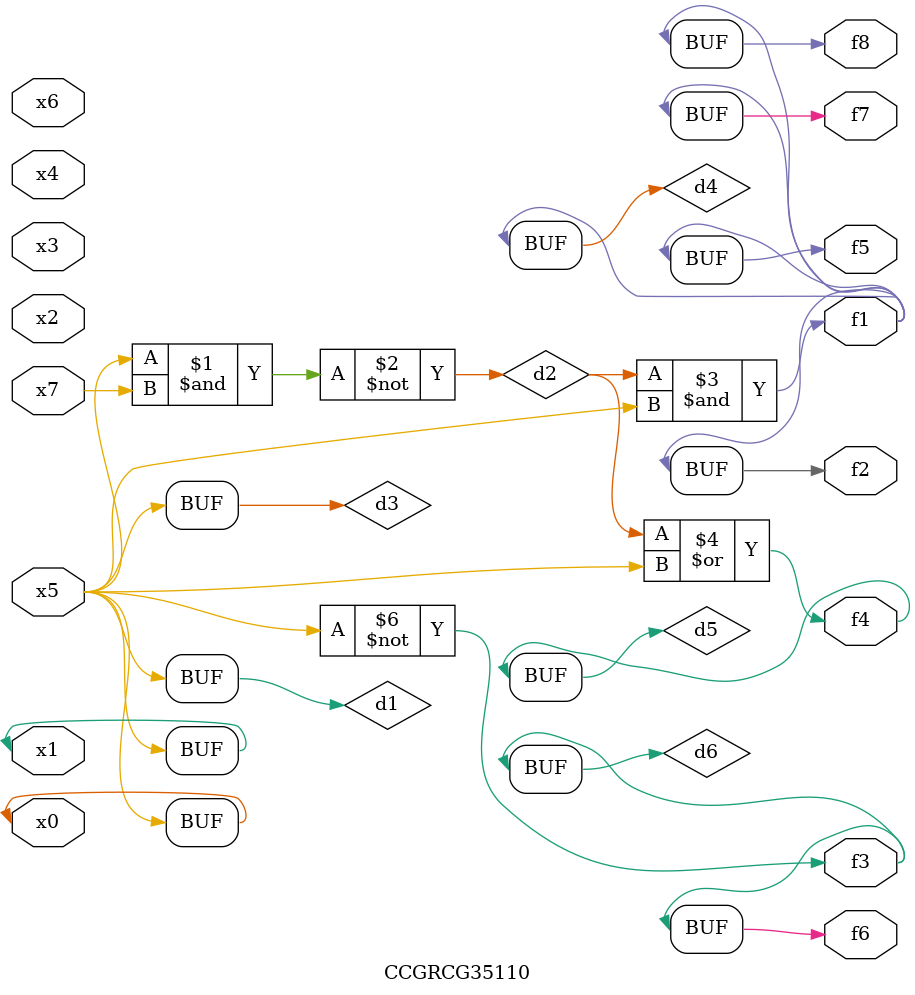
<source format=v>
module CCGRCG35110(
	input x0, x1, x2, x3, x4, x5, x6, x7,
	output f1, f2, f3, f4, f5, f6, f7, f8
);

	wire d1, d2, d3, d4, d5, d6;

	buf (d1, x0, x5);
	nand (d2, x5, x7);
	buf (d3, x0, x1);
	and (d4, d2, d3);
	or (d5, d2, d3);
	nor (d6, d1, d3);
	assign f1 = d4;
	assign f2 = d4;
	assign f3 = d6;
	assign f4 = d5;
	assign f5 = d4;
	assign f6 = d6;
	assign f7 = d4;
	assign f8 = d4;
endmodule

</source>
